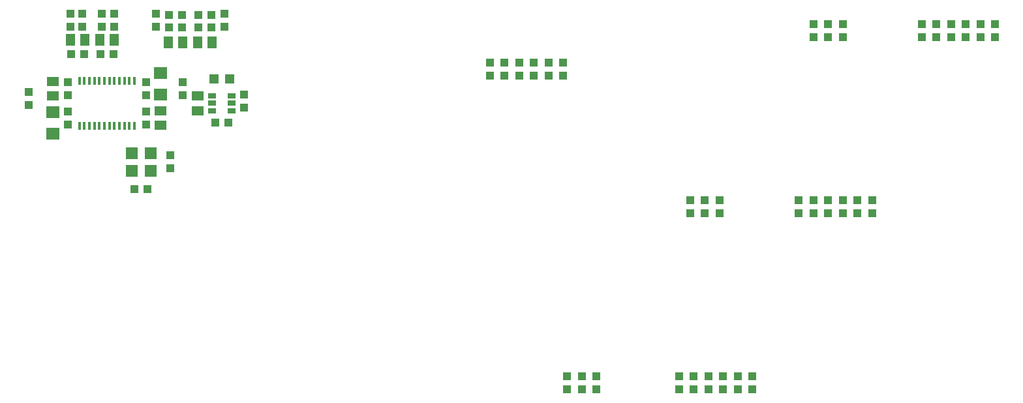
<source format=gbp>
%TF.GenerationSoftware,KiCad,Pcbnew,(6.0.8)*%
%TF.CreationDate,2022-10-17T00:12:51-07:00*%
%TF.ProjectId,norns-deck-210330,6e6f726e-732d-4646-9563-6b2d32313033,rev?*%
%TF.SameCoordinates,Original*%
%TF.FileFunction,Paste,Bot*%
%TF.FilePolarity,Positive*%
%FSLAX46Y46*%
G04 Gerber Fmt 4.6, Leading zero omitted, Abs format (unit mm)*
G04 Created by KiCad (PCBNEW (6.0.8)) date 2022-10-17 00:12:51*
%MOMM*%
%LPD*%
G01*
G04 APERTURE LIST*
%ADD10R,1.000000X1.100000*%
%ADD11R,1.100000X1.000000*%
%ADD12R,1.800000X1.600000*%
%ADD13R,1.300000X1.500000*%
%ADD14R,0.304800X0.990600*%
%ADD15R,0.990000X0.690000*%
%ADD16R,1.500000X1.300000*%
%ADD17R,1.200000X1.300000*%
%ADD18R,1.600000X1.500000*%
G04 APERTURE END LIST*
D10*
X301037200Y-154557800D03*
X301037200Y-152857800D03*
D11*
X210642200Y-130352800D03*
X210642200Y-128652800D03*
D10*
X221017200Y-130455300D03*
X219317200Y-130455300D03*
D11*
X288887200Y-152857800D03*
X288887200Y-154557800D03*
X293136200Y-175717800D03*
X293136200Y-177417800D03*
X219532200Y-147067800D03*
X219532200Y-148767800D03*
D10*
X316997200Y-131697800D03*
X316997200Y-129997800D03*
D11*
X318902200Y-129997800D03*
X318902200Y-131697800D03*
D10*
X216357200Y-139242800D03*
X216357200Y-137542800D03*
X270507200Y-136697800D03*
X270507200Y-134997800D03*
D11*
X289326200Y-175717800D03*
X289326200Y-177417800D03*
X272927200Y-175717800D03*
X272927200Y-177417800D03*
D12*
X218262200Y-139157800D03*
X218262200Y-136357800D03*
D11*
X287421200Y-175717800D03*
X287421200Y-177417800D03*
X302942200Y-152857800D03*
X302942200Y-154557800D03*
X320807200Y-129997800D03*
X320807200Y-131697800D03*
X266697200Y-134997800D03*
X266697200Y-136697800D03*
D10*
X206197200Y-141352800D03*
X206197200Y-143052800D03*
D11*
X291231200Y-175717800D03*
X291231200Y-177417800D03*
D13*
X212227200Y-132042800D03*
X210327200Y-132042800D03*
X219217200Y-132360300D03*
X221117200Y-132360300D03*
D11*
X264792200Y-134997800D03*
X264792200Y-136697800D03*
X308657200Y-152857800D03*
X308657200Y-154557800D03*
D10*
X216357200Y-141352800D03*
X216357200Y-143052800D03*
D14*
X214852200Y-143215600D03*
X214202200Y-143215600D03*
X213552200Y-143215600D03*
X212902200Y-143215600D03*
X212252200Y-143215600D03*
X211602200Y-143215600D03*
X210952200Y-143215600D03*
X210302200Y-143215600D03*
X209652200Y-143215600D03*
X209002200Y-143215600D03*
X208352200Y-143215600D03*
X207702200Y-143215600D03*
X207702200Y-137380000D03*
X208352200Y-137380000D03*
X209002200Y-137380000D03*
X209652200Y-137380000D03*
X210302200Y-137380000D03*
X210952200Y-137380000D03*
X211602200Y-137380000D03*
X212252200Y-137380000D03*
X212902200Y-137380000D03*
X213552200Y-137380000D03*
X214202200Y-137380000D03*
X214852200Y-137380000D03*
D12*
X204292200Y-141437800D03*
X204292200Y-144237800D03*
D11*
X268602200Y-134997800D03*
X268602200Y-136697800D03*
X306752200Y-131697800D03*
X306752200Y-129997800D03*
X306752200Y-152857800D03*
X306752200Y-154557800D03*
X212127200Y-133947800D03*
X210427200Y-133947800D03*
X262887200Y-134997800D03*
X262887200Y-136697800D03*
D10*
X226517200Y-128652800D03*
X226517200Y-130352800D03*
X295041200Y-177417800D03*
X295041200Y-175717800D03*
D13*
X224927200Y-132360300D03*
X223027200Y-132360300D03*
D15*
X227499700Y-139347800D03*
X227499700Y-140297800D03*
X227499700Y-141247800D03*
X224899700Y-141247800D03*
X224899700Y-140297800D03*
X224899700Y-139347800D03*
D10*
X221119700Y-139242800D03*
X221119700Y-137542800D03*
X217627200Y-128652800D03*
X217627200Y-130352800D03*
X302942200Y-131697800D03*
X302942200Y-129997800D03*
X223127200Y-128867800D03*
X224827200Y-128867800D03*
X221017200Y-128867800D03*
X219317200Y-128867800D03*
X310562200Y-154557800D03*
X310562200Y-152857800D03*
X286982200Y-154557800D03*
X286982200Y-152857800D03*
D11*
X322712200Y-129997800D03*
X322712200Y-131697800D03*
X304847200Y-129997800D03*
X304847200Y-131697800D03*
X290792200Y-154557800D03*
X290792200Y-152857800D03*
D10*
X223127200Y-130455300D03*
X224827200Y-130455300D03*
X229057200Y-139130300D03*
X229057200Y-140830300D03*
D11*
X208102200Y-130352800D03*
X208102200Y-128652800D03*
D10*
X271022200Y-177417800D03*
X271022200Y-175717800D03*
D16*
X218262200Y-141252800D03*
X218262200Y-143152800D03*
X204292200Y-139342800D03*
X204292200Y-137442800D03*
D11*
X324617200Y-129997800D03*
X324617200Y-131697800D03*
X225349700Y-142837800D03*
X227049700Y-142837800D03*
D10*
X260982200Y-136697800D03*
X260982200Y-134997800D03*
D11*
X304847200Y-152857800D03*
X304847200Y-154557800D03*
X201117200Y-138812800D03*
X201117200Y-140512800D03*
D17*
X225183700Y-137122800D03*
X227215700Y-137122800D03*
D11*
X206514700Y-130352800D03*
X206514700Y-128652800D03*
X216572200Y-151410300D03*
X214872200Y-151410300D03*
D16*
X223024700Y-139347800D03*
X223024700Y-141247800D03*
D11*
X274832200Y-177417800D03*
X274832200Y-175717800D03*
D10*
X326522200Y-131697800D03*
X326522200Y-129997800D03*
D13*
X206517200Y-132042800D03*
X208417200Y-132042800D03*
D18*
X216972200Y-149067800D03*
X214472200Y-149067800D03*
X214472200Y-146767800D03*
X216972200Y-146767800D03*
D11*
X206617200Y-133947800D03*
X208317200Y-133947800D03*
X212229700Y-130352800D03*
X212229700Y-128652800D03*
D10*
X285516200Y-177417800D03*
X285516200Y-175717800D03*
X206197200Y-139242800D03*
X206197200Y-137542800D03*
M02*

</source>
